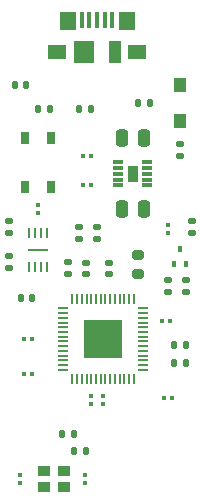
<source format=gbr>
%TF.GenerationSoftware,KiCad,Pcbnew,8.0.7*%
%TF.CreationDate,2025-02-02T23:02:37+05:30*%
%TF.ProjectId,my-template,6d792d74-656d-4706-9c61-74652e6b6963,rev?*%
%TF.SameCoordinates,Original*%
%TF.FileFunction,Paste,Top*%
%TF.FilePolarity,Positive*%
%FSLAX46Y46*%
G04 Gerber Fmt 4.6, Leading zero omitted, Abs format (unit mm)*
G04 Created by KiCad (PCBNEW 8.0.7) date 2025-02-02 23:02:37*
%MOMM*%
%LPD*%
G01*
G04 APERTURE LIST*
G04 Aperture macros list*
%AMRoundRect*
0 Rectangle with rounded corners*
0 $1 Rounding radius*
0 $2 $3 $4 $5 $6 $7 $8 $9 X,Y pos of 4 corners*
0 Add a 4 corners polygon primitive as box body*
4,1,4,$2,$3,$4,$5,$6,$7,$8,$9,$2,$3,0*
0 Add four circle primitives for the rounded corners*
1,1,$1+$1,$2,$3*
1,1,$1+$1,$4,$5*
1,1,$1+$1,$6,$7*
1,1,$1+$1,$8,$9*
0 Add four rect primitives between the rounded corners*
20,1,$1+$1,$2,$3,$4,$5,0*
20,1,$1+$1,$4,$5,$6,$7,0*
20,1,$1+$1,$6,$7,$8,$9,0*
20,1,$1+$1,$8,$9,$2,$3,0*%
G04 Aperture macros list end*
%ADD10C,0.000000*%
%ADD11C,0.010000*%
%ADD12RoundRect,0.147500X0.172500X-0.147500X0.172500X0.147500X-0.172500X0.147500X-0.172500X-0.147500X0*%
%ADD13R,1.092200X1.143000*%
%ADD14RoundRect,0.135000X-0.185000X0.135000X-0.185000X-0.135000X0.185000X-0.135000X0.185000X0.135000X0*%
%ADD15R,0.812800X0.177800*%
%ADD16R,0.177800X0.812800*%
%ADD17R,3.200400X3.200400*%
%ADD18RoundRect,0.135000X0.185000X-0.135000X0.185000X0.135000X-0.185000X0.135000X-0.185000X-0.135000X0*%
%ADD19RoundRect,0.135000X-0.135000X-0.185000X0.135000X-0.185000X0.135000X0.185000X-0.135000X0.185000X0*%
%ADD20RoundRect,0.200000X-0.275000X0.200000X-0.275000X-0.200000X0.275000X-0.200000X0.275000X0.200000X0*%
%ADD21R,0.850000X0.300000*%
%ADD22RoundRect,0.079500X-0.079500X-0.100500X0.079500X-0.100500X0.079500X0.100500X-0.079500X0.100500X0*%
%ADD23RoundRect,0.079500X0.079500X0.100500X-0.079500X0.100500X-0.079500X-0.100500X0.079500X-0.100500X0*%
%ADD24RoundRect,0.140000X-0.170000X0.140000X-0.170000X-0.140000X0.170000X-0.140000X0.170000X0.140000X0*%
%ADD25RoundRect,0.079500X0.100500X-0.079500X0.100500X0.079500X-0.100500X0.079500X-0.100500X-0.079500X0*%
%ADD26RoundRect,0.079500X-0.100500X0.079500X-0.100500X-0.079500X0.100500X-0.079500X0.100500X0.079500X0*%
%ADD27RoundRect,0.100000X-0.100000X0.155000X-0.100000X-0.155000X0.100000X-0.155000X0.100000X0.155000X0*%
%ADD28RoundRect,0.250000X-0.250000X-0.475000X0.250000X-0.475000X0.250000X0.475000X-0.250000X0.475000X0*%
%ADD29R,0.254000X0.812800*%
%ADD30R,1.651000X0.254000*%
%ADD31RoundRect,0.140000X-0.140000X-0.170000X0.140000X-0.170000X0.140000X0.170000X-0.140000X0.170000X0*%
%ADD32R,0.650000X1.050000*%
%ADD33R,0.450000X1.380000*%
%ADD34R,1.425000X1.550000*%
%ADD35R,1.650000X1.300000*%
%ADD36R,1.800000X1.900000*%
%ADD37R,1.000000X1.900000*%
%ADD38R,1.100000X0.900000*%
%ADD39RoundRect,0.147500X-0.147500X-0.172500X0.147500X-0.172500X0.147500X0.172500X-0.147500X0.172500X0*%
G04 APERTURE END LIST*
D10*
%TO.C,U3*%
G36*
X226400000Y-106400000D02*
G01*
X224999800Y-106400000D01*
X224999800Y-104999800D01*
X226400000Y-104999800D01*
X226400000Y-106400000D01*
G37*
G36*
X226400000Y-108000200D02*
G01*
X224999800Y-108000200D01*
X224999800Y-106600000D01*
X226400000Y-106600000D01*
X226400000Y-108000200D01*
G37*
G36*
X228000200Y-106400000D02*
G01*
X226600000Y-106400000D01*
X226600000Y-104999800D01*
X228000200Y-104999800D01*
X228000200Y-106400000D01*
G37*
G36*
X228000200Y-108000200D02*
G01*
X226600000Y-108000200D01*
X226600000Y-106600000D01*
X228000200Y-106600000D01*
X228000200Y-108000200D01*
G37*
D11*
%TO.C,U2*%
X229379472Y-93132456D02*
X228620528Y-93132456D01*
X228620528Y-91867544D01*
X229379472Y-91867544D01*
X229379472Y-93132456D01*
G36*
X229379472Y-93132456D02*
G01*
X228620528Y-93132456D01*
X228620528Y-91867544D01*
X229379472Y-91867544D01*
X229379472Y-93132456D01*
G37*
%TD*%
D12*
%TO.C,L1*%
X233015000Y-90970000D03*
X233015000Y-90000000D03*
%TD*%
D13*
%TO.C,D1*%
X233000000Y-88073400D03*
X233000000Y-85000000D03*
%TD*%
D14*
%TO.C,R12*%
X225990000Y-96990000D03*
X225990000Y-98010000D03*
%TD*%
D15*
%TO.C,U3*%
X223096400Y-103900000D03*
X223096400Y-104299999D03*
X223096400Y-104700001D03*
X223096400Y-105100000D03*
X223096400Y-105499999D03*
X223096400Y-105900001D03*
X223096400Y-106300000D03*
X223096400Y-106700000D03*
X223096400Y-107099999D03*
X223096400Y-107500001D03*
X223096400Y-107900000D03*
X223096400Y-108299999D03*
X223096400Y-108700001D03*
X223096400Y-109100000D03*
D16*
X223900000Y-109903600D03*
X224299999Y-109903600D03*
X224700001Y-109903600D03*
X225100000Y-109903600D03*
X225499999Y-109903600D03*
X225900001Y-109903600D03*
X226300000Y-109903600D03*
X226700000Y-109903600D03*
X227099999Y-109903600D03*
X227500001Y-109903600D03*
X227900000Y-109903600D03*
X228299999Y-109903600D03*
X228700001Y-109903600D03*
X229100000Y-109903600D03*
D15*
X229903600Y-109100000D03*
X229903600Y-108700001D03*
X229903600Y-108299999D03*
X229903600Y-107900000D03*
X229903600Y-107500001D03*
X229903600Y-107099999D03*
X229903600Y-106700000D03*
X229903600Y-106300000D03*
X229903600Y-105900001D03*
X229903600Y-105499999D03*
X229903600Y-105100000D03*
X229903600Y-104700001D03*
X229903600Y-104299999D03*
X229903600Y-103900000D03*
D16*
X229100000Y-103096400D03*
X228700001Y-103096400D03*
X228299999Y-103096400D03*
X227900000Y-103096400D03*
X227500001Y-103096400D03*
X227099999Y-103096400D03*
X226700000Y-103096400D03*
X226300000Y-103096400D03*
X225900001Y-103096400D03*
X225499999Y-103096400D03*
X225100000Y-103096400D03*
X224700001Y-103096400D03*
X224299999Y-103096400D03*
X223900000Y-103096400D03*
D17*
X226500000Y-106500000D03*
%TD*%
D18*
%TO.C,R7*%
X234000000Y-97510000D03*
X234000000Y-96490000D03*
%TD*%
D19*
%TO.C,R5*%
X229480000Y-86500000D03*
X230500000Y-86500000D03*
%TD*%
D20*
%TO.C,R9*%
X229500000Y-99350000D03*
X229500000Y-101000000D03*
%TD*%
D21*
%TO.C,U2*%
X230225000Y-93500000D03*
X230225000Y-93000000D03*
X230225000Y-92500000D03*
X230225000Y-92000000D03*
X230225000Y-91500000D03*
X227775000Y-91500000D03*
X227775000Y-92000000D03*
X227775000Y-92500000D03*
X227775000Y-93000000D03*
X227775000Y-93500000D03*
%TD*%
D22*
%TO.C,C7*%
X224810000Y-91000000D03*
X225500000Y-91000000D03*
%TD*%
%TO.C,C11*%
X231500000Y-105000000D03*
X232190000Y-105000000D03*
%TD*%
D23*
%TO.C,C12*%
X232345000Y-111500000D03*
X231655000Y-111500000D03*
%TD*%
D24*
%TO.C,C8*%
X223500000Y-100000000D03*
X223500000Y-100960000D03*
%TD*%
D22*
%TO.C,C14*%
X220500000Y-106500000D03*
X219810000Y-106500000D03*
%TD*%
D25*
%TO.C,C13*%
X219500000Y-118690000D03*
X219500000Y-118000000D03*
%TD*%
D26*
%TO.C,C15*%
X225500000Y-111310000D03*
X225500000Y-112000000D03*
%TD*%
D18*
%TO.C,R10*%
X232000000Y-102500000D03*
X232000000Y-101480000D03*
%TD*%
D14*
%TO.C,R11*%
X224500000Y-97000000D03*
X224500000Y-98020000D03*
%TD*%
D25*
%TO.C,C3*%
X221000000Y-95845000D03*
X221000000Y-95155000D03*
%TD*%
D18*
%TO.C,R2*%
X218500000Y-97500000D03*
X218500000Y-96480000D03*
%TD*%
D19*
%TO.C,R3*%
X232480000Y-107000000D03*
X233500000Y-107000000D03*
%TD*%
D27*
%TO.C,Q1*%
X232500000Y-100145000D03*
X233500000Y-100145000D03*
X233000000Y-98855000D03*
%TD*%
D24*
%TO.C,C9*%
X227020000Y-100040000D03*
X227020000Y-101000000D03*
%TD*%
D19*
%TO.C,R13*%
X224480000Y-87000000D03*
X225500000Y-87000000D03*
%TD*%
%TO.C,R4*%
X232480000Y-108500000D03*
X233500000Y-108500000D03*
%TD*%
D22*
%TO.C,C10*%
X224810000Y-93500000D03*
X225500000Y-93500000D03*
%TD*%
D25*
%TO.C,C18*%
X226500000Y-112000000D03*
X226500000Y-111310000D03*
%TD*%
D19*
%TO.C,R14*%
X223000000Y-114500000D03*
X224020000Y-114500000D03*
%TD*%
D28*
%TO.C,C1*%
X228100000Y-89500000D03*
X230000000Y-89500000D03*
%TD*%
D29*
%TO.C,U1*%
X220249999Y-100395600D03*
X220750000Y-100395600D03*
X221250000Y-100395600D03*
X221750001Y-100395600D03*
X221750001Y-97500000D03*
X221250000Y-97500000D03*
X220750000Y-97500000D03*
X220249999Y-97500000D03*
D30*
X221000000Y-98947800D03*
%TD*%
D28*
%TO.C,C5*%
X228100000Y-95500000D03*
X230000000Y-95500000D03*
%TD*%
D18*
%TO.C,R8*%
X233500000Y-102520000D03*
X233500000Y-101500000D03*
%TD*%
D31*
%TO.C,C4*%
X219540000Y-103000000D03*
X220500000Y-103000000D03*
%TD*%
D25*
%TO.C,C17*%
X225000000Y-118690000D03*
X225000000Y-118000000D03*
%TD*%
%TO.C,C2*%
X232000000Y-97500000D03*
X232000000Y-96810000D03*
%TD*%
D32*
%TO.C,SW1*%
X219925000Y-89500000D03*
X219925000Y-93650000D03*
X222075000Y-89500000D03*
X222075000Y-93650000D03*
%TD*%
D33*
%TO.C,J1*%
X224700000Y-79500000D03*
X225350000Y-79500000D03*
X226000000Y-79500000D03*
X226650000Y-79500000D03*
X227300000Y-79500000D03*
D34*
X223512500Y-79585000D03*
X228487500Y-79585000D03*
D35*
X222625000Y-82160000D03*
D36*
X224850000Y-82160000D03*
D37*
X227550000Y-82160000D03*
D35*
X229375000Y-82160000D03*
%TD*%
D38*
%TO.C,X1*%
X221500000Y-119000000D03*
X223200000Y-119000000D03*
X223200000Y-117700000D03*
X221500000Y-117700000D03*
%TD*%
D22*
%TO.C,C16*%
X219810000Y-109500000D03*
X220500000Y-109500000D03*
%TD*%
D18*
%TO.C,R1*%
X218500000Y-100500000D03*
X218500000Y-99480000D03*
%TD*%
D19*
%TO.C,R15*%
X224000000Y-116000000D03*
X225020000Y-116000000D03*
%TD*%
D39*
%TO.C,D2*%
X219030000Y-85000000D03*
X220000000Y-85000000D03*
%TD*%
D19*
%TO.C,R6*%
X220980000Y-87000000D03*
X222000000Y-87000000D03*
%TD*%
D24*
%TO.C,C6*%
X225020000Y-100980000D03*
X225020000Y-100020000D03*
%TD*%
M02*

</source>
